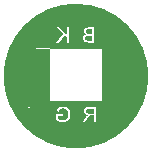
<source format=gbr>
G04 Layer_Color=32896*
%FSLAX25Y25*%
%MOIN*%
%TF.FileFunction,Legend,Bot*%
%TF.Part,Single*%
G01*
G75*
%ADD23C,0.04921*%
%ADD24R,0.02500X0.08500*%
%ADD25R,0.08000X0.06000*%
%ADD26R,0.08500X0.24500*%
%ADD27R,0.04000X0.04000*%
%ADD28R,0.06828X0.24000*%
%ADD29R,0.05500X0.19000*%
%ADD30R,0.06328X0.05500*%
%ADD31R,0.00500X0.12130*%
%ADD32R,0.19000X0.03000*%
%ADD33R,0.06500X0.05000*%
%ADD34R,0.04500X0.20500*%
%ADD35R,0.03000X0.05000*%
%ADD36R,0.04000X0.03500*%
%ADD37R,0.05000X0.05000*%
%ADD38R,0.18000X0.04500*%
%ADD39R,0.03500X0.03000*%
%ADD40R,0.04000X0.18500*%
%ADD41R,0.04500X0.06000*%
%ADD42R,0.04828X0.05545*%
G36*
X362500Y363500D02*
X354692D01*
Y372543D01*
X362500D01*
Y363500D01*
D02*
G37*
G36*
X363000Y337000D02*
X354567D01*
Y346043D01*
X363000D01*
Y337000D01*
D02*
G37*
G36*
X354000Y363500D02*
X345833D01*
Y372543D01*
X354000D01*
Y363500D01*
D02*
G37*
G36*
X354500Y336916D02*
X345836D01*
Y346132D01*
X354500D01*
Y336916D01*
D02*
G37*
%LPC*%
G36*
X360500Y370543D02*
X358517D01*
X358468Y370538D01*
X358409Y370533D01*
X358345Y370528D01*
X358281Y370523D01*
X358134Y370504D01*
X357976Y370479D01*
X357823Y370440D01*
X357755Y370415D01*
X357686Y370386D01*
X357681D01*
X357671Y370381D01*
X357651Y370371D01*
X357627Y370356D01*
X357597Y370341D01*
X357563Y370322D01*
X357484Y370268D01*
X357400Y370203D01*
X357307Y370120D01*
X357218Y370026D01*
X357140Y369913D01*
Y369908D01*
X357130Y369899D01*
X357120Y369884D01*
X357110Y369859D01*
X357090Y369830D01*
X357076Y369795D01*
X357036Y369711D01*
X357002Y369613D01*
X356967Y369500D01*
X356948Y369377D01*
X356938Y369249D01*
Y369244D01*
Y369234D01*
Y369219D01*
X356943Y369195D01*
Y369165D01*
X356948Y369131D01*
X356958Y369052D01*
X356982Y368959D01*
X357012Y368855D01*
X357056Y368747D01*
X357115Y368639D01*
Y368634D01*
X357125Y368624D01*
X357135Y368609D01*
X357150Y368590D01*
X357189Y368541D01*
X357248Y368477D01*
X357322Y368403D01*
X357415Y368324D01*
X357523Y368250D01*
X357646Y368181D01*
X357642D01*
X357627Y368177D01*
X357602Y368167D01*
X357573Y368157D01*
X357533Y368142D01*
X357489Y368122D01*
X357386Y368073D01*
X357273Y368009D01*
X357154Y367931D01*
X357041Y367832D01*
X356992Y367778D01*
X356943Y367719D01*
X356938Y367714D01*
X356933Y367704D01*
X356918Y367685D01*
X356904Y367660D01*
X356884Y367630D01*
X356864Y367596D01*
X356839Y367552D01*
X356815Y367502D01*
X356795Y367448D01*
X356771Y367394D01*
X356731Y367261D01*
X356702Y367119D01*
X356697Y367040D01*
X356692Y366956D01*
Y366951D01*
Y366942D01*
Y366922D01*
Y366897D01*
X356697Y366863D01*
X356702Y366828D01*
X356712Y366740D01*
X356731Y366641D01*
X356756Y366528D01*
X356795Y366415D01*
X356844Y366297D01*
Y366292D01*
X356849Y366282D01*
X356859Y366267D01*
X356869Y366248D01*
X356904Y366194D01*
X356948Y366125D01*
X356997Y366051D01*
X357061Y365972D01*
X357135Y365898D01*
X357213Y365830D01*
X357223Y365825D01*
X357253Y365805D01*
X357302Y365775D01*
X357366Y365736D01*
X357445Y365697D01*
X357543Y365657D01*
X357651Y365618D01*
X357769Y365584D01*
X357774D01*
X357784Y365579D01*
X357804Y365574D01*
X357828Y365569D01*
X357858Y365564D01*
X357897Y365559D01*
X357942Y365549D01*
X357996Y365544D01*
X358050Y365534D01*
X358114Y365525D01*
X358178Y365520D01*
X358252Y365515D01*
X358409Y365505D01*
X358581Y365500D01*
X360500D01*
Y370543D01*
D02*
G37*
G36*
X352000D02*
X351331D01*
Y368044D01*
X348832Y370543D01*
X347926D01*
X350042Y368496D01*
X347833Y365500D01*
X348713D01*
X350509Y368044D01*
X351331Y367247D01*
Y365500D01*
X352000D01*
Y370543D01*
D02*
G37*
G36*
X349976Y344132D02*
X349922D01*
X349883Y344127D01*
X349838D01*
X349779Y344122D01*
X349715Y344117D01*
X349646Y344107D01*
X349573Y344097D01*
X349494Y344087D01*
X349331Y344053D01*
X349159Y344009D01*
X348992Y343950D01*
X348987D01*
X348972Y343940D01*
X348948Y343930D01*
X348918Y343915D01*
X348884Y343900D01*
X348839Y343876D01*
X348741Y343822D01*
X348628Y343753D01*
X348515Y343669D01*
X348402Y343571D01*
X348298Y343458D01*
X348293Y343453D01*
X348288Y343443D01*
X348274Y343423D01*
X348254Y343398D01*
X348234Y343369D01*
X348210Y343330D01*
X348185Y343285D01*
X348156Y343236D01*
X348121Y343182D01*
X348092Y343118D01*
X348062Y343049D01*
X348028Y342975D01*
X347998Y342897D01*
X347969Y342813D01*
X347939Y342724D01*
X347915Y342631D01*
X348515Y342469D01*
Y342474D01*
X348520Y342483D01*
X348525Y342508D01*
X348534Y342533D01*
X348544Y342562D01*
X348559Y342601D01*
X348593Y342690D01*
X348633Y342783D01*
X348682Y342887D01*
X348736Y342985D01*
X348800Y343074D01*
Y343079D01*
X348810Y343084D01*
X348830Y343108D01*
X348869Y343152D01*
X348923Y343202D01*
X348992Y343256D01*
X349076Y343315D01*
X349169Y343374D01*
X349282Y343428D01*
X349287D01*
X349297Y343433D01*
X349312Y343443D01*
X349336Y343448D01*
X349366Y343458D01*
X349400Y343472D01*
X349440Y343482D01*
X349484Y343497D01*
X349587Y343517D01*
X349705Y343541D01*
X349838Y343556D01*
X349976Y343561D01*
X350055D01*
X350094Y343556D01*
X350138D01*
X350188Y343551D01*
X350247Y343541D01*
X350370Y343526D01*
X350502Y343502D01*
X350640Y343467D01*
X350768Y343418D01*
X350773D01*
X350783Y343413D01*
X350798Y343403D01*
X350822Y343394D01*
X350852Y343379D01*
X350881Y343364D01*
X350960Y343320D01*
X351044Y343266D01*
X351132Y343207D01*
X351221Y343133D01*
X351304Y343049D01*
X351314Y343039D01*
X351339Y343010D01*
X351373Y342966D01*
X351418Y342902D01*
X351472Y342828D01*
X351521Y342744D01*
X351575Y342651D01*
X351619Y342552D01*
Y342547D01*
X351629Y342533D01*
X351639Y342508D01*
X351649Y342469D01*
X351664Y342429D01*
X351678Y342375D01*
X351698Y342316D01*
X351713Y342252D01*
X351732Y342178D01*
X351752Y342100D01*
X351767Y342016D01*
X351782Y341927D01*
X351801Y341740D01*
X351811Y341539D01*
Y341529D01*
Y341509D01*
Y341475D01*
X351806Y341426D01*
Y341367D01*
X351796Y341303D01*
X351792Y341229D01*
X351782Y341145D01*
X351772Y341057D01*
X351752Y340968D01*
X351713Y340776D01*
X351654Y340589D01*
X351619Y340496D01*
X351580Y340407D01*
X351575Y340402D01*
X351570Y340387D01*
X351555Y340363D01*
X351536Y340333D01*
X351511Y340294D01*
X351482Y340255D01*
X351447Y340205D01*
X351408Y340151D01*
X351363Y340097D01*
X351314Y340043D01*
X351260Y339989D01*
X351196Y339930D01*
X351132Y339876D01*
X351063Y339827D01*
X350985Y339777D01*
X350906Y339733D01*
X350901D01*
X350886Y339723D01*
X350862Y339713D01*
X350827Y339699D01*
X350788Y339684D01*
X350739Y339664D01*
X350684Y339645D01*
X350621Y339625D01*
X350557Y339605D01*
X350483Y339585D01*
X350320Y339551D01*
X350148Y339526D01*
X350060Y339522D01*
X349966Y339517D01*
X349922D01*
X349892Y339522D01*
X349853D01*
X349809Y339526D01*
X349755Y339531D01*
X349696Y339536D01*
X349568Y339556D01*
X349425Y339585D01*
X349272Y339625D01*
X349120Y339679D01*
X349115D01*
X349100Y339689D01*
X349081Y339694D01*
X349051Y339708D01*
X349017Y339723D01*
X348977Y339743D01*
X348884Y339787D01*
X348785Y339841D01*
X348682Y339900D01*
X348579Y339969D01*
X348490Y340038D01*
Y340978D01*
X349971D01*
Y341573D01*
X347836D01*
Y339699D01*
X347841Y339694D01*
X347855Y339684D01*
X347885Y339659D01*
X347920Y339635D01*
X347964Y339600D01*
X348018Y339566D01*
X348082Y339526D01*
X348146Y339482D01*
X348220Y339433D01*
X348298Y339384D01*
X348470Y339290D01*
X348657Y339197D01*
X348854Y339113D01*
X348859D01*
X348879Y339103D01*
X348903Y339093D01*
X348943Y339084D01*
X348992Y339069D01*
X349046Y339049D01*
X349110Y339034D01*
X349184Y339015D01*
X349263Y338995D01*
X349346Y338980D01*
X349435Y338961D01*
X349528Y338946D01*
X349720Y338926D01*
X349927Y338916D01*
X350001D01*
X350050Y338921D01*
X350119Y338926D01*
X350192Y338931D01*
X350281Y338941D01*
X350375Y338956D01*
X350478Y338970D01*
X350581Y338995D01*
X350694Y339020D01*
X350812Y339049D01*
X350931Y339084D01*
X351049Y339128D01*
X351162Y339177D01*
X351280Y339231D01*
X351285Y339236D01*
X351304Y339246D01*
X351339Y339266D01*
X351378Y339290D01*
X351427Y339325D01*
X351486Y339364D01*
X351550Y339413D01*
X351619Y339467D01*
X351693Y339526D01*
X351767Y339595D01*
X351846Y339674D01*
X351919Y339753D01*
X351993Y339841D01*
X352067Y339940D01*
X352131Y340043D01*
X352195Y340151D01*
X352200Y340156D01*
X352210Y340181D01*
X352224Y340210D01*
X352244Y340260D01*
X352264Y340314D01*
X352293Y340383D01*
X352318Y340461D01*
X352347Y340545D01*
X352377Y340643D01*
X352402Y340747D01*
X352431Y340860D01*
X352451Y340978D01*
X352470Y341101D01*
X352485Y341229D01*
X352495Y341362D01*
X352500Y341499D01*
Y341509D01*
Y341534D01*
Y341573D01*
X352495Y341622D01*
X352490Y341691D01*
X352485Y341765D01*
X352475Y341854D01*
X352461Y341947D01*
X352446Y342050D01*
X352426Y342159D01*
X352402Y342272D01*
X352372Y342390D01*
X352338Y342508D01*
X352293Y342631D01*
X352249Y342749D01*
X352195Y342872D01*
X352190Y342882D01*
X352180Y342902D01*
X352161Y342931D01*
X352136Y342975D01*
X352106Y343029D01*
X352067Y343089D01*
X352023Y343157D01*
X351969Y343231D01*
X351910Y343305D01*
X351841Y343384D01*
X351772Y343462D01*
X351688Y343541D01*
X351605Y343620D01*
X351511Y343694D01*
X351413Y343758D01*
X351309Y343822D01*
X351304Y343827D01*
X351285Y343836D01*
X351250Y343851D01*
X351206Y343871D01*
X351152Y343895D01*
X351088Y343920D01*
X351009Y343950D01*
X350926Y343979D01*
X350832Y344004D01*
X350729Y344033D01*
X350621Y344058D01*
X350502Y344082D01*
X350379Y344102D01*
X350252Y344117D01*
X350114Y344127D01*
X349976Y344132D01*
D02*
G37*
G36*
X361000Y344043D02*
X358653D01*
X358599Y344038D01*
X358535D01*
X358461Y344033D01*
X358387Y344028D01*
X358220Y344009D01*
X358048Y343984D01*
X357886Y343950D01*
X357812Y343930D01*
X357743Y343905D01*
X357738D01*
X357728Y343900D01*
X357709Y343891D01*
X357684Y343881D01*
X357654Y343861D01*
X357620Y343841D01*
X357541Y343792D01*
X357453Y343728D01*
X357359Y343644D01*
X357266Y343541D01*
X357182Y343423D01*
X357177Y343418D01*
X357172Y343408D01*
X357162Y343389D01*
X357148Y343364D01*
X357133Y343330D01*
X357113Y343290D01*
X357094Y343251D01*
X357074Y343202D01*
X357039Y343089D01*
X357005Y342961D01*
X356980Y342818D01*
X356971Y342744D01*
Y342665D01*
Y342660D01*
Y342641D01*
Y342611D01*
X356975Y342577D01*
X356980Y342528D01*
X356990Y342478D01*
X357000Y342414D01*
X357015Y342351D01*
X357034Y342282D01*
X357054Y342208D01*
X357084Y342134D01*
X357118Y342055D01*
X357157Y341982D01*
X357207Y341903D01*
X357256Y341829D01*
X357320Y341760D01*
X357325Y341755D01*
X357335Y341745D01*
X357354Y341726D01*
X357384Y341701D01*
X357423Y341672D01*
X357467Y341637D01*
X357522Y341603D01*
X357586Y341563D01*
X357654Y341524D01*
X357733Y341485D01*
X357822Y341445D01*
X357920Y341406D01*
X358023Y341371D01*
X358137Y341342D01*
X358260Y341312D01*
X358392Y341293D01*
X358387D01*
X358383Y341288D01*
X358368Y341278D01*
X358348Y341273D01*
X358299Y341244D01*
X358240Y341214D01*
X358176Y341175D01*
X358112Y341135D01*
X358048Y341086D01*
X357989Y341042D01*
X357984Y341037D01*
X357974Y341032D01*
X357959Y341012D01*
X357940Y340993D01*
X357915Y340968D01*
X357886Y340934D01*
X357851Y340899D01*
X357812Y340855D01*
X357728Y340756D01*
X357635Y340643D01*
X357536Y340510D01*
X357438Y340368D01*
X356567Y339000D01*
X357399D01*
X358068Y340048D01*
X358073Y340053D01*
X358082Y340068D01*
X358097Y340092D01*
X358117Y340122D01*
X358141Y340161D01*
X358171Y340205D01*
X358235Y340304D01*
X358314Y340417D01*
X358392Y340530D01*
X358476Y340643D01*
X358510Y340692D01*
X358550Y340742D01*
Y340747D01*
X358560Y340752D01*
X358579Y340781D01*
X358619Y340825D01*
X358663Y340875D01*
X358717Y340929D01*
X358771Y340983D01*
X358830Y341037D01*
X358889Y341076D01*
X358894Y341081D01*
X358914Y341091D01*
X358943Y341111D01*
X358983Y341130D01*
X359027Y341155D01*
X359076Y341175D01*
X359130Y341199D01*
X359189Y341214D01*
X359194D01*
X359209Y341219D01*
X359239Y341224D01*
X359278Y341229D01*
X359327D01*
X359391Y341234D01*
X359470Y341239D01*
X360331D01*
Y339000D01*
X361000D01*
Y344043D01*
D02*
G37*
%LPD*%
G36*
X360331Y341814D02*
X358825D01*
X358786Y341819D01*
X358742D01*
X358693Y341824D01*
X358638D01*
X358525Y341839D01*
X358407Y341854D01*
X358289Y341878D01*
X358186Y341908D01*
X358181D01*
X358176Y341913D01*
X358141Y341927D01*
X358097Y341947D01*
X358043Y341982D01*
X357979Y342021D01*
X357915Y342075D01*
X357851Y342134D01*
X357797Y342208D01*
Y342213D01*
X357792Y342218D01*
X357777Y342247D01*
X357753Y342287D01*
X357728Y342346D01*
X357704Y342414D01*
X357679Y342488D01*
X357664Y342577D01*
X357659Y342665D01*
Y342670D01*
Y342680D01*
Y342700D01*
X357664Y342724D01*
X357669Y342754D01*
X357674Y342793D01*
X357694Y342872D01*
X357723Y342966D01*
X357768Y343064D01*
X357797Y343118D01*
X357832Y343162D01*
X357876Y343212D01*
X357920Y343256D01*
X357925Y343261D01*
X357930Y343266D01*
X357950Y343275D01*
X357969Y343290D01*
X357999Y343310D01*
X358033Y343330D01*
X358073Y343349D01*
X358122Y343374D01*
X358176Y343394D01*
X358235Y343413D01*
X358299Y343433D01*
X358373Y343453D01*
X358456Y343467D01*
X358540Y343477D01*
X358633Y343487D01*
X360331D01*
Y341814D01*
D02*
G37*
G36*
X359831Y368423D02*
X358635D01*
X358591Y368427D01*
X358498D01*
X358394Y368437D01*
X358291Y368447D01*
X358192Y368457D01*
X358148Y368467D01*
X358109Y368477D01*
X358104D01*
X358099Y368481D01*
X358069Y368491D01*
X358020Y368511D01*
X357966Y368536D01*
X357907Y368575D01*
X357843Y368614D01*
X357784Y368669D01*
X357730Y368727D01*
X357725Y368737D01*
X357710Y368762D01*
X357686Y368796D01*
X357661Y368850D01*
X357642Y368915D01*
X357617Y368988D01*
X357602Y369077D01*
X357597Y369170D01*
Y369175D01*
Y369180D01*
Y369195D01*
Y369215D01*
X357602Y369259D01*
X357612Y369318D01*
X357627Y369387D01*
X357651Y369465D01*
X357681Y369539D01*
X357720Y369613D01*
X357725Y369623D01*
X357740Y369643D01*
X357769Y369677D01*
X357809Y369716D01*
X357858Y369761D01*
X357917Y369805D01*
X357986Y369844D01*
X358065Y369874D01*
X358069D01*
X358074Y369879D01*
X358089D01*
X358109Y369884D01*
X358134Y369894D01*
X358163Y369899D01*
X358197Y369903D01*
X358242Y369913D01*
X358291Y369918D01*
X358350Y369923D01*
X358409Y369933D01*
X358478Y369938D01*
X358557Y369943D01*
X358640D01*
X358729Y369948D01*
X359831D01*
Y368423D01*
D02*
G37*
G36*
Y366095D02*
X358468D01*
X358399Y366100D01*
X358325D01*
X358247Y366105D01*
X358178Y366110D01*
X358124Y366115D01*
X358114D01*
X358084Y366125D01*
X358040Y366135D01*
X357991Y366149D01*
X357927Y366169D01*
X357863Y366194D01*
X357799Y366218D01*
X357740Y366253D01*
X357735Y366258D01*
X357715Y366272D01*
X357686Y366292D01*
X357646Y366327D01*
X357607Y366366D01*
X357568Y366415D01*
X357523Y366469D01*
X357484Y366533D01*
X357479Y366543D01*
X357469Y366568D01*
X357450Y366607D01*
X357430Y366656D01*
X357415Y366720D01*
X357396Y366794D01*
X357386Y366873D01*
X357381Y366961D01*
Y366966D01*
Y366976D01*
Y366991D01*
Y367010D01*
X357391Y367060D01*
X357400Y367128D01*
X357420Y367202D01*
X357445Y367286D01*
X357484Y367370D01*
X357533Y367448D01*
X357538Y367458D01*
X357558Y367483D01*
X357592Y367517D01*
X357637Y367562D01*
X357696Y367611D01*
X357765Y367660D01*
X357848Y367704D01*
X357937Y367739D01*
X357942D01*
X357946Y367743D01*
X357961Y367748D01*
X357981Y367753D01*
X358011Y367758D01*
X358040Y367768D01*
X358079Y367773D01*
X358124Y367783D01*
X358173Y367793D01*
X358227Y367798D01*
X358286Y367808D01*
X358350Y367812D01*
X358424Y367817D01*
X358498Y367822D01*
X358581Y367827D01*
X359831D01*
Y366095D01*
D02*
G37*
D23*
X375984Y354331D02*
G03*
X375984Y354331I-21654J0D01*
G01*
D24*
X354250Y367750D02*
D03*
D25*
X366500Y366500D02*
D03*
D26*
X367250Y352250D02*
D03*
D27*
X364000Y340000D02*
D03*
D28*
X342414Y351500D02*
D03*
D29*
X338250Y353500D02*
D03*
D30*
X342664Y366250D02*
D03*
D31*
X354750Y340065D02*
D03*
D32*
X354500Y373000D02*
D03*
D33*
X364250Y370500D02*
D03*
D34*
X371750Y354750D02*
D03*
D35*
X366500Y339500D02*
D03*
D36*
X364000Y337250D02*
D03*
D37*
X343500Y338500D02*
D03*
D38*
X354000Y335750D02*
D03*
D39*
X339250Y342500D02*
D03*
D40*
X336000Y356750D02*
D03*
D41*
X338750Y364000D02*
D03*
D42*
X343414Y369772D02*
D03*
%TF.MD5,254C9F4A7CABDE3FD291D2F2A81FDB3C*%
M02*

</source>
